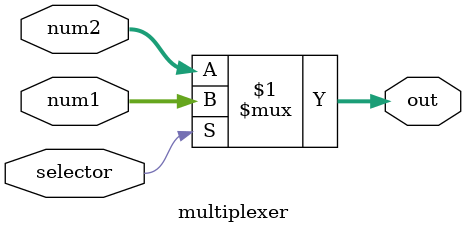
<source format=v>
`timescale 1ns/1ns
module multiplexer(input [6:0] num1, num2, input selector, output reg [6:0] out);

	assign out = selector ? num1 : num2;

endmodule

</source>
